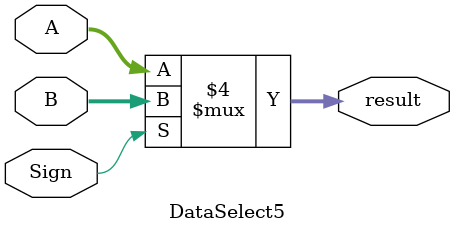
<source format=v>
`timescale 1ns / 1ps
module DataSelect5(result, Sign, A, B
    );
	 input Sign;
	 input [4:0] A, B;
	 output reg [4:0] result;
	 
	 always @ (A or B or Sign) begin
	        if (Sign == 0) result = A;
	        else result = B;
	 end


endmodule

</source>
